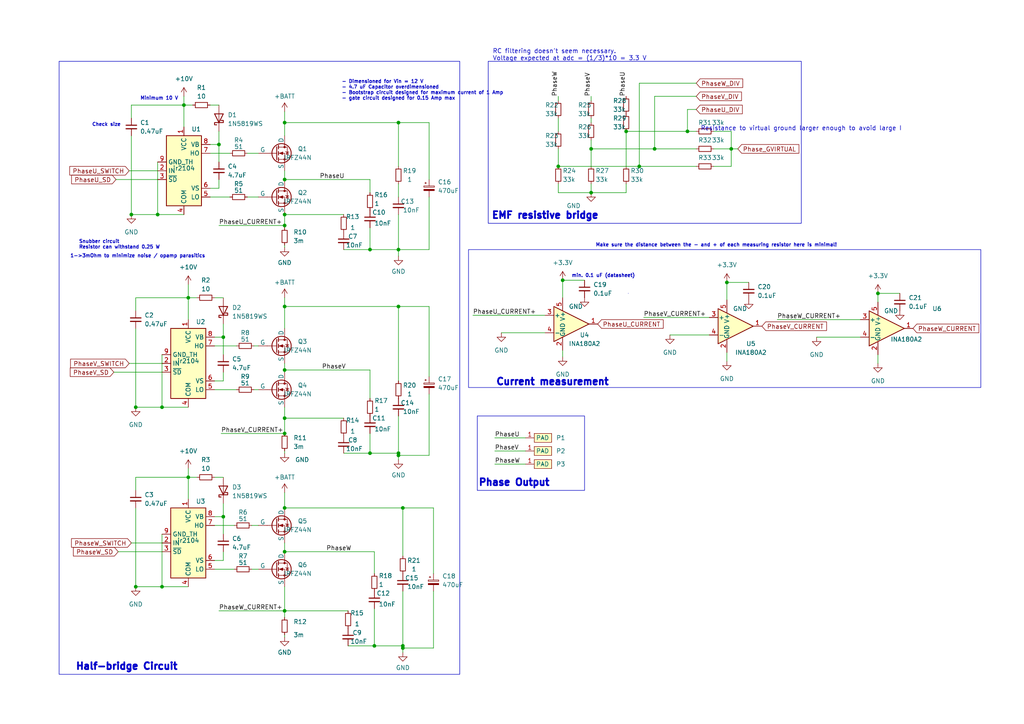
<source format=kicad_sch>
(kicad_sch (version 20230121) (generator eeschema)
  (paper "A4")
  (title_block (title "BLDC Driver Project") (rev "1.0") (company "Igor Wolfs"))
  (junction (at 161.925 48.26))
  (junction (at 199.39 38.1))
  (junction (at 82.55 121.285))
  (junction (at 64.77 149.86))
  (junction (at 107.315 72.39))
  (junction (at 171.45 43.18))
  (junction (at 53.34 30.48))
  (junction (at 45.72 62.23))
  (junction (at 39.37 118.11))
  (junction (at 185.42 48.26))
  (junction (at 64.77 97.79))
  (junction (at 115.57 131.445))
  (junction (at 163.195 81.28))
  (junction (at 115.57 132.08))
  (junction (at 38.1 62.23))
  (junction (at 54.61 138.43))
  (junction (at 116.84 187.325))
  (junction (at 82.55 107.315))
  (junction (at 82.55 88.9))
  (junction (at 107.315 131.445))
  (junction (at 116.84 147.32))
  (junction (at 189.865 43.18))
  (junction (at 171.45 55.88))
  (junction (at 82.55 62.23))
  (junction (at 82.55 52.07))
  (junction (at 82.55 160.02))
  (junction (at 82.55 177.165))
  (junction (at 116.84 187.96))
  (junction (at 210.82 81.915))
  (junction (at 46.99 170.18))
  (junction (at 115.57 35.56))
  (junction (at 181.61 38.1))
  (junction (at 115.57 72.39))
  (junction (at 46.99 118.11))
  (junction (at 108.585 187.325))
  (junction (at 254.635 85.09))
  (junction (at 82.55 125.73))
  (junction (at 82.55 35.56))
  (junction (at 82.55 147.32))
  (junction (at 82.55 65.405))
  (junction (at 63.5 41.91))
  (junction (at 54.61 86.36))
  (junction (at 212.09 43.18))
  (junction (at 115.57 88.9))
  (junction (at 39.37 170.18))
  (wire (pts (xy 185.42 24.13) (xy 201.93 24.13)))
  (wire (pts (xy 53.34 27.94) (xy 53.34 30.48)))
  (wire (pts (xy 63.5 46.99) (xy 63.5 41.91)))
  (wire (pts (xy 60.96 41.91) (xy 63.5 41.91)))
  (wire (pts (xy 107.315 131.445) (xy 115.57 131.445)))
  (wire (pts (xy 53.34 30.48) (xy 53.34 36.83)))
  (wire (pts (xy 60.96 54.61) (xy 63.5 54.61)))
  (wire (pts (xy 71.755 44.45) (xy 74.93 44.45)))
  (wire (pts (xy 82.55 107.315) (xy 107.315 107.315)))
  (wire (pts (xy 212.09 43.18) (xy 207.01 43.18)))
  (wire (pts (xy 107.315 107.315) (xy 107.315 115.57)))
  (wire (pts (xy 45.72 46.99) (xy 45.72 62.23)))
  (wire (pts (xy 46.99 170.18) (xy 54.61 170.18)))
  (wire (pts (xy 39.37 118.11) (xy 46.99 118.11)))
  (wire (pts (xy 73.66 113.03) (xy 74.93 113.03)))
  (wire (pts (xy 212.09 38.1) (xy 207.01 38.1)))
  (wire (pts (xy 39.37 170.18) (xy 46.99 170.18)))
  (wire (pts (xy 199.39 31.75) (xy 199.39 38.1)))
  (wire (pts (xy 82.55 170.18) (xy 82.55 177.165)))
  (wire (pts (xy 39.37 138.43) (xy 54.61 138.43)))
  (wire (pts (xy 108.585 166.37) (xy 108.585 160.02)))
  (wire (pts (xy 143.51 134.62) (xy 152.4 134.62)))
  (wire (pts (xy 82.55 118.11) (xy 82.55 121.285)))
  (wire (pts (xy 73.66 100.33) (xy 74.93 100.33)))
  (wire (pts (xy 115.57 131.445) (xy 115.57 132.08)))
  (wire (pts (xy 115.57 88.9) (xy 115.57 110.49)))
  (wire (pts (xy 100.965 187.325) (xy 108.585 187.325)))
  (wire (pts (xy 39.37 90.17) (xy 39.37 86.36)))
  (wire (pts (xy 212.09 48.26) (xy 207.01 48.26)))
  (wire (pts (xy 189.865 43.18) (xy 201.93 43.18)))
  (wire (pts (xy 125.73 171.45) (xy 125.73 187.96)))
  (wire (pts (xy 161.925 53.34) (xy 161.925 55.88)))
  (wire (pts (xy 82.55 157.48) (xy 82.55 160.02)))
  (wire (pts (xy 62.23 97.79) (xy 64.77 97.79)))
  (wire (pts (xy 161.925 55.88) (xy 171.45 55.88)))
  (wire (pts (xy 39.37 147.32) (xy 39.37 170.18)))
  (wire (pts (xy 54.61 82.55) (xy 54.61 86.36)))
  (wire (pts (xy 171.45 34.29) (xy 171.45 35.56)))
  (wire (pts (xy 66.675 57.15) (xy 60.96 57.15)))
  (wire (pts (xy 39.37 142.24) (xy 39.37 138.43)))
  (wire (pts (xy 62.23 113.03) (xy 68.58 113.03)))
  (wire (pts (xy 199.39 38.1) (xy 201.93 38.1)))
  (wire (pts (xy 108.585 176.53) (xy 108.585 187.325)))
  (wire (pts (xy 115.57 72.39) (xy 115.57 74.295)))
  (wire (pts (xy 210.82 81.915) (xy 210.82 86.995)))
  (wire (pts (xy 64.77 154.94) (xy 64.77 149.86)))
  (wire (pts (xy 225.425 92.71) (xy 249.555 92.71)))
  (wire (pts (xy 181.61 53.34) (xy 181.61 55.88)))
  (wire (pts (xy 54.61 135.89) (xy 54.61 138.43)))
  (wire (pts (xy 54.61 138.43) (xy 54.61 144.78)))
  (wire (pts (xy 82.55 121.285) (xy 82.55 125.73)))
  (wire (pts (xy 37.465 105.41) (xy 46.99 105.41)))
  (wire (pts (xy 143.51 127) (xy 152.4 127)))
  (wire (pts (xy 64.77 146.05) (xy 64.77 149.86)))
  (wire (pts (xy 201.93 27.94) (xy 189.865 27.94)))
  (wire (pts (xy 82.55 184.15) (xy 82.55 184.785)))
  (wire (pts (xy 107.315 52.07) (xy 107.315 55.88)))
  (wire (pts (xy 62.23 86.36) (xy 64.77 86.36)))
  (wire (pts (xy 71.755 57.15) (xy 74.93 57.15)))
  (wire (pts (xy 82.55 35.56) (xy 115.57 35.56)))
  (wire (pts (xy 73.025 152.4) (xy 74.93 152.4)))
  (wire (pts (xy 124.46 114.3) (xy 124.46 132.08)))
  (wire (pts (xy 254.635 85.09) (xy 260.985 85.09)))
  (wire (pts (xy 186.69 92.075) (xy 205.74 92.075)))
  (wire (pts (xy 108.585 187.325) (xy 116.84 187.325)))
  (wire (pts (xy 82.55 130.81) (xy 82.55 131.445)))
  (wire (pts (xy 107.315 66.04) (xy 107.315 72.39)))
  (wire (pts (xy 82.55 107.95) (xy 82.55 107.315)))
  (wire (pts (xy 124.46 57.15) (xy 124.46 72.39)))
  (wire (pts (xy 82.55 142.875) (xy 82.55 147.32)))
  (wire (pts (xy 124.46 35.56) (xy 115.57 35.56)))
  (wire (pts (xy 161.925 43.18) (xy 161.925 48.26)))
  (wire (pts (xy 82.55 147.32) (xy 116.84 147.32)))
  (wire (pts (xy 99.695 131.445) (xy 107.315 131.445)))
  (wire (pts (xy 116.84 161.29) (xy 116.84 147.32)))
  (wire (pts (xy 82.55 105.41) (xy 82.55 107.315)))
  (wire (pts (xy 124.46 52.07) (xy 124.46 35.56)))
  (wire (pts (xy 62.23 110.49) (xy 64.77 110.49)))
  (wire (pts (xy 201.93 31.75) (xy 199.39 31.75)))
  (wire (pts (xy 82.55 32.385) (xy 82.55 35.56)))
  (wire (pts (xy 124.46 132.08) (xy 115.57 132.08)))
  (wire (pts (xy 212.09 38.1) (xy 212.09 43.18)))
  (wire (pts (xy 62.23 100.33) (xy 68.58 100.33)))
  (wire (pts (xy 63.5 177.165) (xy 82.55 177.165)))
  (wire (pts (xy 82.55 86.36) (xy 82.55 88.9)))
  (wire (pts (xy 60.96 44.45) (xy 66.675 44.45)))
  (wire (pts (xy 116.84 171.45) (xy 116.84 187.325)))
  (wire (pts (xy 38.1 157.48) (xy 46.99 157.48)))
  (wire (pts (xy 62.23 152.4) (xy 67.945 152.4)))
  (wire (pts (xy 82.55 65.405) (xy 82.55 66.04)))
  (wire (pts (xy 64.77 93.98) (xy 64.77 97.79)))
  (wire (pts (xy 181.61 38.1) (xy 199.39 38.1)))
  (wire (pts (xy 210.82 102.235) (xy 210.82 104.775)))
  (wire (pts (xy 124.46 72.39) (xy 115.57 72.39)))
  (wire (pts (xy 82.55 88.9) (xy 82.55 95.25)))
  (wire (pts (xy 171.45 43.18) (xy 189.865 43.18)))
  (wire (pts (xy 116.84 187.325) (xy 116.84 187.96)))
  (wire (pts (xy 54.61 86.36) (xy 54.61 92.71)))
  (wire (pts (xy 115.57 120.65) (xy 115.57 131.445)))
  (wire (pts (xy 185.42 24.13) (xy 185.42 48.26)))
  (wire (pts (xy 115.57 57.15) (xy 115.57 53.34)))
  (wire (pts (xy 82.55 39.37) (xy 82.55 35.56)))
  (wire (pts (xy 64.77 102.87) (xy 64.77 97.79)))
  (wire (pts (xy 212.09 43.18) (xy 213.995 43.18)))
  (wire (pts (xy 124.46 88.9) (xy 124.46 109.22)))
  (wire (pts (xy 163.195 81.28) (xy 169.545 81.28)))
  (wire (pts (xy 62.23 138.43) (xy 64.77 138.43)))
  (wire (pts (xy 64.135 125.73) (xy 82.55 125.73)))
  (wire (pts (xy 82.55 71.12) (xy 82.55 71.755)))
  (wire (pts (xy 64.77 160.02) (xy 64.77 162.56)))
  (wire (pts (xy 62.23 149.86) (xy 64.77 149.86)))
  (wire (pts (xy 171.45 55.88) (xy 181.61 55.88)))
  (wire (pts (xy 33.02 107.95) (xy 46.99 107.95)))
  (wire (pts (xy 161.925 48.26) (xy 185.42 48.26)))
  (wire (pts (xy 82.55 62.23) (xy 82.55 65.405)))
  (wire (pts (xy 33.655 52.07) (xy 45.72 52.07)))
  (wire (pts (xy 62.23 162.56) (xy 64.77 162.56)))
  (wire (pts (xy 34.29 160.02) (xy 46.99 160.02)))
  (wire (pts (xy 46.99 154.94) (xy 46.99 170.18)))
  (wire (pts (xy 189.865 27.94) (xy 189.865 43.18)))
  (wire (pts (xy 37.465 49.53) (xy 45.72 49.53)))
  (wire (pts (xy 63.5 52.07) (xy 63.5 54.61)))
  (wire (pts (xy 54.61 138.43) (xy 57.15 138.43)))
  (wire (pts (xy 161.925 27.94) (xy 161.925 29.21)))
  (wire (pts (xy 115.57 132.08) (xy 115.57 133.35)))
  (wire (pts (xy 62.23 165.1) (xy 67.945 165.1)))
  (wire (pts (xy 143.51 130.81) (xy 152.4 130.81)))
  (wire (pts (xy 194.31 97.155) (xy 205.74 97.155)))
  (wire (pts (xy 163.195 81.28) (xy 163.195 86.36)))
  (wire (pts (xy 82.55 177.165) (xy 100.965 177.165)))
  (wire (pts (xy 82.55 52.07) (xy 107.315 52.07)))
  (wire (pts (xy 38.1 39.37) (xy 38.1 62.23)))
  (wire (pts (xy 137.16 91.44) (xy 158.115 91.44)))
  (wire (pts (xy 38.1 62.23) (xy 45.72 62.23)))
  (wire (pts (xy 125.73 147.32) (xy 116.84 147.32)))
  (wire (pts (xy 38.1 34.29) (xy 38.1 30.48)))
  (wire (pts (xy 38.1 30.48) (xy 53.34 30.48)))
  (wire (pts (xy 115.57 62.23) (xy 115.57 72.39)))
  (wire (pts (xy 171.45 27.94) (xy 171.45 29.21)))
  (wire (pts (xy 107.315 125.73) (xy 107.315 131.445)))
  (wire (pts (xy 107.315 72.39) (xy 115.57 72.39)))
  (wire (pts (xy 55.88 30.48) (xy 53.34 30.48)))
  (wire (pts (xy 171.45 53.34) (xy 171.45 55.88)))
  (wire (pts (xy 236.855 97.79) (xy 249.555 97.79)))
  (wire (pts (xy 82.55 160.02) (xy 108.585 160.02)))
  (wire (pts (xy 145.415 96.52) (xy 158.115 96.52)))
  (wire (pts (xy 185.42 48.26) (xy 201.93 48.26)))
  (wire (pts (xy 181.61 38.1) (xy 181.61 48.26)))
  (wire (pts (xy 171.45 40.64) (xy 171.45 43.18)))
  (wire (pts (xy 163.195 103.505) (xy 163.195 101.6)))
  (wire (pts (xy 39.37 95.25) (xy 39.37 118.11)))
  (wire (pts (xy 39.37 86.36) (xy 54.61 86.36)))
  (wire (pts (xy 124.46 88.9) (xy 115.57 88.9)))
  (wire (pts (xy 161.925 34.29) (xy 161.925 38.1)))
  (wire (pts (xy 99.695 72.39) (xy 107.315 72.39)))
  (wire (pts (xy 82.55 49.53) (xy 82.55 52.07)))
  (wire (pts (xy 171.45 43.18) (xy 171.45 48.26)))
  (wire (pts (xy 210.82 81.915) (xy 217.17 81.915)))
  (wire (pts (xy 115.57 48.26) (xy 115.57 35.56)))
  (wire (pts (xy 46.99 118.11) (xy 54.61 118.11)))
  (wire (pts (xy 46.99 102.87) (xy 46.99 118.11)))
  (wire (pts (xy 73.025 165.1) (xy 74.93 165.1)))
  (wire (pts (xy 125.73 166.37) (xy 125.73 147.32)))
  (wire (pts (xy 82.55 121.285) (xy 99.695 121.285)))
  (wire (pts (xy 116.84 187.96) (xy 116.84 189.23)))
  (wire (pts (xy 82.55 177.165) (xy 82.55 179.07)))
  (wire (pts (xy 45.72 62.23) (xy 53.34 62.23)))
  (wire (pts (xy 254.635 102.87) (xy 254.635 105.41)))
  (wire (pts (xy 82.55 88.9) (xy 115.57 88.9)))
  (wire (pts (xy 63.5 65.405) (xy 82.55 65.405)))
  (wire (pts (xy 82.55 62.23) (xy 99.695 62.23)))
  (wire (pts (xy 57.15 86.36) (xy 54.61 86.36)))
  (wire (pts (xy 64.77 107.95) (xy 64.77 110.49)))
  (wire (pts (xy 125.73 187.96) (xy 116.84 187.96)))
  (wire (pts (xy 212.09 43.18) (xy 212.09 48.26)))
  (wire (pts (xy 254.635 85.09) (xy 254.635 87.63)))
  (wire (pts (xy 63.5 38.1) (xy 63.5 41.91)))
  (wire (pts (xy 60.96 30.48) (xy 63.5 30.48)))
  (rectangle (start 138.43 120.65) (end 169.545 142.24))
  (rectangle (start 17.145 17.78) (end 133.35 195.58))
  (rectangle (start 141.605 17.78) (end 232.41 64.77))
  (rectangle (start 135.89 72.39) (end 284.48 112.395))
  (text_box "" (at 182.245 85.09 0) (size 0 0) (effects (font (size 1 1) bold) (justify left top)))
  (text_box "Half-bridge Circuit" (at 20.32 190.5 0) (size 35.56 5.08) (stroke (width -0.0001)) (effects (font (size 2 2) (thickness 2) bold) (justify left top)))
  (text_box "Phase Output" (at 137.16 137.16 0) (size 29.21 5.08) (stroke (width -0.0001)) (effects (font (size 2 2) (thickness 2) bold) (justify left top)))
  (text_box "EMF resistive bridge" (at 140.97 59.69 0) (size 40.64 5.08) (stroke (width -0.0001)) (effects (font (size 2 2) (thickness 2) bold) (justify left top)))
  (text_box "Current measurement\n" (at 142.24 107.95 0) (size 54.61 5.08) (stroke (width -0.0001)) (effects (font (size 2 2) (thickness 2) bold) (justify left top)))
  (text "Make sure the distance between the - and + of each measuring resistor here is minimal!" (at 172.72 71.755 0) (effects (font (size 1 1) bold) (justify left bottom)))
  (text "RC filtering doesn't seem necessary.\nVoltage expected at adc = (1/3)*10 = 3.3 V\n" (at 142.875 17.78 0) (effects (font (size 1.27 1.27)) (justify left bottom)))
  (text "Check size" (at 26.67 36.83 0) (effects (font (size 1 1) bold) (justify left bottom)))
  (text "min. 0.1 uF (datasheet)\n" (at 165.735 80.645 0) (effects (font (size 1 1) bold) (justify left bottom)))
  (text "Minimum 10 V" (at 40.64 29.21 0) (effects (font (size 1 1) bold) (justify left bottom)))
  (text "Snubber circuit\nResistor can withstand 0.25 W\n" (at 22.86 72.39 0) (effects (font (size 1 1) bold) (justify left bottom)))
  (text "1->3mOhm to minimize noise / opamp parasitics" (at 20.32 74.93 0) (effects (font (size 1 1) bold) (justify left bottom)))
  (text "Resistance to virtual ground larger enough to avoid large I" (at 203.2 38.1 0) (effects (font (size 1.27 1.27)) (justify left bottom)))
  (text "- Dimensioned for Vin = 12 V\n- 4.7 uF Capacitor overdimensioned\n- Bootstrap circuit designed for maximum current of 1 Amp\n- gate circuit designed for 0.15 Amp max\n" (at 99.06 29.21 0) (effects (font (size 1 1) bold) (justify left bottom)))
  (label "PhaseU" (at 92.71 52.07 0))
  (label "PhaseV" (at 171.45 27.94 90))
  (label "PhaseW" (at 94.615 160.02 0))
  (label "PhaseW" (at 143.51 134.62 0))
  (label "PhaseU" (at 181.61 27.94 90))
  (label "PhaseV" (at 93.345 107.315 0))
  (label "PhaseV_CURRENT+" (at 186.69 92.075 0))
  (label "PhaseU" (at 143.51 127 0))
  (label "PhaseW_CURRENT+" (at 225.425 92.71 0))
  (label "PhaseU_CURRENT+" (at 137.16 91.44 0))
  (label "PhaseW_CURRENT+" (at 63.5 177.165 0))
  (label "PhaseW" (at 161.925 27.94 90))
  (label "PhaseV" (at 143.51 130.81 0))
  (label "PhaseU_CURRENT+" (at 63.5 65.405 0))
  (label "PhaseV_CURRENT+" (at 64.135 125.73 0))
  (global_label "PhaseW_DIV" (shape input) (at 201.93 24.13 0) (property "Intersheetrefs" "${INTERSHEET_REFS}" (effects hide)))
  (global_label "Phase_GVIRTUAL" (shape input) (at 213.995 43.18 0) (property "Intersheetrefs" "${INTERSHEET_REFS}" (effects hide)))
  (global_label "PhaseV_CURRENT" (shape input) (at 220.98 94.615 0) (property "Intersheetrefs" "${INTERSHEET_REFS}" (effects hide)))
  (global_label "PhaseU_SWITCH" (shape input) (at 37.465 49.53 180) (property "Intersheetrefs" "${INTERSHEET_REFS}" (effects hide)))
  (global_label "PhaseV_DIV" (shape input) (at 201.93 27.94 0) (property "Intersheetrefs" "${INTERSHEET_REFS}" (effects hide)))
  (global_label "PhaseW_SWITCH" (shape input) (at 38.1 157.48 180) (property "Intersheetrefs" "${INTERSHEET_REFS}" (effects hide)))
  (global_label "PhaseW_CURRENT" (shape input) (at 264.795 95.25 0) (property "Intersheetrefs" "${INTERSHEET_REFS}" (effects hide)))
  (global_label "PhaseV_SWITCH" (shape input) (at 37.465 105.41 180) (property "Intersheetrefs" "${INTERSHEET_REFS}" (effects hide)))
  (global_label "PhaseU_DIV" (shape input) (at 201.93 31.75 0) (property "Intersheetrefs" "${INTERSHEET_REFS}" (effects hide)))
  (global_label "PhaseV_SD" (shape input) (at 33.02 107.95 180) (property "Intersheetrefs" "${INTERSHEET_REFS}" (effects hide)))
  (global_label "PhaseU_SD" (shape input) (at 33.655 52.07 180) (property "Intersheetrefs" "${INTERSHEET_REFS}" (effects hide)))
  (global_label "PhaseW_SD" (shape input) (at 34.29 160.02 180) (property "Intersheetrefs" "${INTERSHEET_REFS}" (effects hide)))
  (global_label "PhaseU_CURRENT" (shape input) (at 173.355 93.98 0) (property "Intersheetrefs" "${INTERSHEET_REFS}" (effects hide)))
  (symbol (lib_id "Device:R_Small") (at 181.61 30.48 180) (unit 1)
    (property "Reference" "R28" (at 177.8 29.21 0) (effects (justify right)))
    (property "Value" "33k" (at 177.8 31.75 0) (effects (justify right)))
    (property "Footprint" "Resistor_SMD:R_0603_1608Metric" (effects hide))
    (property "Datasheet" "https://wmsc.lcsc.com/wmsc/upload/file/pdf/v2/lcsc/2206010230_UNI-ROYAL-Uniroyal-Elec-0603WAF3302T5E_C4216.pdf" (effects hide))
    (property "jlcpcb" "C4216" (effects hide))
  )
  (symbol (lib_id "Device:R_Small") (at 70.485 165.1 90) (unit 1)
    (property "Reference" "R7" (at 70.485 161.29 90))
    (property "Value" "51" (at 70.485 163.195 90))
    (property "Footprint" "Resistor_SMD:R_1206_3216Metric" (effects hide))
    (property "Datasheet" "https://wmsc.lcsc.com/wmsc/upload/file/pdf/v2/lcsc/2206010145_UNI-ROYAL-Uniroyal-Elec-1206W4F510JT5E_C18019.pdf" (effects hide))
    (property "MFR.Part" "1206W4F510JT5E" (effects hide))
    (property "jlcpcb" "C18019" (effects hide))
  )
  (symbol (lib_id "Device:R_Small") (at 161.925 50.8 180) (unit 1)
    (property "Reference" "R24" (at 163.195 49.53 0) (effects (justify right)))
    (property "Value" "33k" (at 163.195 52.07 0) (effects (justify right)))
    (property "Footprint" "Resistor_SMD:R_0603_1608Metric" (effects hide))
    (property "Datasheet" "https://wmsc.lcsc.com/wmsc/upload/file/pdf/v2/lcsc/2206010230_UNI-ROYAL-Uniroyal-Elec-0603WAF3302T5E_C4216.pdf" (effects hide))
    (property "jlcpcb" "C4216" (effects hide))
  )
  (symbol (lib_id "power:GND") (at 217.17 86.995 0) (unit 1)
    (property "Reference" "#PWR024" (effects hide))
    (property "Value" "GND" (at 214.63 89.535 0))
  )
  (symbol (lib_id "Device:R_Small") (at 171.45 50.8 180) (unit 1)
    (property "Reference" "R27" (at 172.72 49.53 0) (effects (justify right)))
    (property "Value" "33k" (at 172.72 52.07 0) (effects (justify right)))
    (property "Footprint" "Resistor_SMD:R_0603_1608Metric" (effects hide))
    (property "Datasheet" "https://wmsc.lcsc.com/wmsc/upload/file/pdf/v2/lcsc/2206010230_UNI-ROYAL-Uniroyal-Elec-0603WAF3302T5E_C4216.pdf" (effects hide))
    (property "jlcpcb" "C4216" (effects hide))
  )
  (symbol (lib_id "Device:C_Small") (at 39.37 144.78 0) (unit 1)
    (property "Reference" "C3" (at 41.91 143.5163 0) (effects (justify left)))
    (property "Value" "0.47uF" (at 41.91 146.0563 0) (effects (justify left)))
    (property "Footprint" "Capacitor_SMD:C_0805_2012Metric" (effects hide))
    (property "Datasheet" "https://wmsc.lcsc.com/wmsc/upload/file/pdf/v2/lcsc/2304140030_Samsung-Electro-Mechanics-CL21A475KAQNNNE_C1779.pdf" (effects hide))
    (property "MFR.Part" "CL21A475KAQNNNE" (effects hide))
    (property "jlcpcb" "C1779" (effects hide))
  )
  (symbol (lib_id "bldc:pad") (at 157.48 134.62 0) (unit 1)
    (property "Reference" "P3" (at 161.29 134.62 0) (effects (justify left)))
    (property "Value" "~" (at 157.48 134.62 0))
    (property "Footprint" "bldc:SolderWirePad_1x01_SMD_5x10mm" (effects hide))
  )
  (symbol (lib_name "ir2104_th_2") (lib_id "bldc:ir2104_th") (at 54.61 105.41 0) (unit 1)
    (property "Reference" "U2" (at 56.8041 93.345 0) (effects (justify left)))
    (property "Value" "ir2104" (at 54.61 105.41 0) (effects (justify bottom)))
    (property "Footprint" "Package_SO:SOIC-8-1EP_3.9x4.9mm_P1.27mm_EP2.29x3mm" (effects hide))
    (property "Datasheet" "file:///home/igorwolfs/Downloads/1.translated.pdf" (effects hide))
    (property "jlcpcb" "C5804631" (effects hide))
    (property "MFR.Part" "IR2104STRPBF-JSM" (effects hide))
  )
  (symbol (lib_id "Device:R_Small") (at 99.695 123.825 0) (unit 1)
    (property "Reference" "R14" (at 100.33 121.92 0) (effects (justify left)))
    (property "Value" "1" (at 101.6 125.095 0) (effects (justify left)))
    (property "Footprint" "Resistor_SMD:R_0603_1608Metric" (effects hide))
    (property "Datasheet" "https://wmsc.lcsc.com/wmsc/upload/file/pdf/v2/lcsc/2206010130_UNI-ROYAL-Uniroyal-Elec-0603WAF100KT5E_C22936.pdf" (effects hide))
    (property "jlcpcb" "C22936" (effects hide))
  )
  (symbol (lib_id "Device:R_Small") (at 58.42 30.48 90) (unit 1)
    (property "Reference" "R1" (at 58.42 25.4 90))
    (property "Value" "10" (at 58.42 27.94 90))
    (property "Footprint" "Resistor_SMD:R_1206_3216Metric" (effects hide))
    (property "Datasheet" "https://wmsc.lcsc.com/wmsc/upload/file/pdf/v2/lcsc/2206010145_UNI-ROYAL-Uniroyal-Elec-1206W4F100JT5E_C17903.pdf" (effects hide))
    (property "MFR.Part" "1206W4F100JT5E" (effects hide))
    (property "jlcpcb" "C17903" (effects hide))
  )
  (symbol (lib_id "Amplifier_Current:INA180A2") (at 257.175 95.25 0) (unit 1)
    (property "Reference" "U6" (at 271.78 89.535 0))
    (property "Value" "INA180A2" (at 262.89 98.425 0))
    (property "Footprint" "Package_TO_SOT_SMD:SOT-23-5" (effects hide))
    (property "Datasheet" "https://wmsc.lcsc.com/wmsc/upload/file/pdf/v2/lcsc/1811021124_Texas-Instruments-INA180A2IDBVR_C192764.pdf" (effects hide))
    (property "jlcpcb" "C192764" (effects hide))
  )
  (symbol (lib_id "power:GND") (at 116.84 189.23 0) (unit 1)
    (property "Reference" "#PWR015" (effects hide))
    (property "Value" "GND" (at 116.84 193.675 0))
  )
  (symbol (lib_id "Device:R_Small") (at 116.84 163.83 0) (unit 1)
    (property "Reference" "R21" (at 118.11 162.56 0) (effects (justify left)))
    (property "Value" "1" (at 119.38 165.1 0) (effects (justify left)))
    (property "Footprint" "Resistor_SMD:R_0603_1608Metric" (effects hide))
    (property "Datasheet" "https://wmsc.lcsc.com/wmsc/upload/file/pdf/v2/lcsc/2206010130_UNI-ROYAL-Uniroyal-Elec-0603WAF100KT5E_C22936.pdf" (effects hide))
    (property "jlcpcb" "C22936" (effects hide))
  )
  (symbol (lib_id "Device:R_Small") (at 59.69 86.36 90) (unit 1)
    (property "Reference" "R2" (at 59.69 81.28 90))
    (property "Value" "10" (at 59.69 83.82 90))
    (property "Footprint" "Resistor_SMD:R_1206_3216Metric" (effects hide))
    (property "Datasheet" "https://wmsc.lcsc.com/wmsc/upload/file/pdf/v2/lcsc/2206010145_UNI-ROYAL-Uniroyal-Elec-1206W4F100JT5E_C17903.pdf" (effects hide))
    (property "MFR.Part" "1206W4F100JT5E" (effects hide))
    (property "jlcpcb" "C17903" (effects hide))
  )
  (symbol (lib_id "Device:C_Small") (at 115.57 59.69 0) (unit 1)
    (property "Reference" "C13" (at 116.205 58.42 0) (effects (justify left)))
    (property "Value" "10nF" (at 116.84 60.96 0) (effects (justify left)))
    (property "Footprint" "Capacitor_SMD:C_0402_1005Metric" (effects hide))
    (property "Datasheet" "https://wmsc.lcsc.com/wmsc/upload/file/pdf/v2/lcsc/2304140030_Samsung-Electro-Mechanics-CL05B103KB5NNNC_C15195.pdf" (effects hide))
    (property "jlcpcb" "C15195" (effects hide))
  )
  (symbol (lib_id "Device:R_Small") (at 161.925 40.64 180) (unit 1)
    (property "Reference" "R23" (at 158.115 39.37 0) (effects (justify right)))
    (property "Value" "33k" (at 158.115 41.91 0) (effects (justify right)))
    (property "Footprint" "Resistor_SMD:R_0603_1608Metric" (effects hide))
    (property "Datasheet" "https://wmsc.lcsc.com/wmsc/upload/file/pdf/v2/lcsc/2206010230_UNI-ROYAL-Uniroyal-Elec-0603WAF3302T5E_C4216.pdf" (effects hide))
    (property "jlcpcb" "C4216" (effects hide))
  )
  (symbol (lib_id "power:GND") (at 254.635 105.41 0) (unit 1)
    (property "Reference" "#PWR027" (effects hide))
    (property "Value" "GND" (at 254.635 110.49 0))
  )
  (symbol (lib_id "Device:C_Small") (at 64.77 105.41 0) (unit 1)
    (property "Reference" "C5" (at 67.31 104.1463 0) (effects (justify left)))
    (property "Value" "4.7uF" (at 67.31 106.6863 0) (effects (justify left)))
    (property "Footprint" "Capacitor_SMD:C_0603_1608Metric" (effects hide))
    (property "Datasheet" "https://wmsc.lcsc.com/wmsc/upload/file/pdf/v2/lcsc/2304140030_Samsung-Electro-Mechanics-CL10A475KO8NNNC_C19666.pdf" (effects hide))
    (property "jlcpcb" "C19666" (effects hide))
  )
  (symbol (lib_id "power:+10V") (at 54.61 82.55 0) (unit 1)
    (property "Reference" "#PWR05" (effects hide))
    (property "Value" "+10V" (at 54.61 77.47 0))
  )
  (symbol (lib_id "Device:C_Small") (at 116.84 168.91 0) (unit 1)
    (property "Reference" "C15" (at 117.475 167.64 0) (effects (justify left)))
    (property "Value" "10nF" (at 118.11 170.18 0) (effects (justify left)))
    (property "Footprint" "Capacitor_SMD:C_0402_1005Metric" (effects hide))
    (property "Datasheet" "https://wmsc.lcsc.com/wmsc/upload/file/pdf/v2/lcsc/2304140030_Samsung-Electro-Mechanics-CL05B103KB5NNNC_C15195.pdf" (effects hide))
    (property "jlcpcb" "C15195" (effects hide))
  )
  (symbol (lib_id "Device:R_Small") (at 82.55 68.58 0) (unit 1)
    (property "Reference" "R10" (at 85.09 67.31 0) (effects (justify left)))
    (property "Value" "3m" (at 85.09 69.85 0) (effects (justify left)))
    (property "Footprint" "Resistor_SMD:R_2512_6332Metric" (effects hide))
    (property "Datasheet" "https://wmsc.lcsc.com/wmsc/upload/file/pdf/v2/lcsc/2110081730_Milliohm-LR2512D-2W-3mR-1-_C500615.pdf" (effects hide))
    (property "jlcpcb" "C500615" (effects hide))
    (property "MFR.Part" "LR2512D-2W-3mR-1%" (effects hide))
  )
  (symbol (lib_id "Device:R_Small") (at 107.315 58.42 0) (unit 1)
    (property "Reference" "R16" (at 108.585 56.515 0) (effects (justify left)))
    (property "Value" "1" (at 108.585 59.055 0) (effects (justify left)))
    (property "Footprint" "Resistor_SMD:R_0603_1608Metric" (effects hide))
    (property "Datasheet" "https://wmsc.lcsc.com/wmsc/upload/file/pdf/v2/lcsc/2206010130_UNI-ROYAL-Uniroyal-Elec-0603WAF100KT5E_C22936.pdf" (effects hide))
    (property "jlcpcb" "C22936" (effects hide))
  )
  (symbol (lib_id "Device:C_Small") (at 260.985 87.63 0) (unit 1)
    (property "Reference" "C21" (at 263.525 86.3663 0) (effects (justify left)))
    (property "Value" "0.1uF" (at 263.525 88.9063 0) (effects (justify left)))
    (property "Footprint" "Resistor_SMD:R_0402_1005Metric" (effects hide))
    (property "Datasheet" "https://wmsc.lcsc.com/wmsc/upload/file/pdf/v2/lcsc/2304140030_Samsung-Electro-Mechanics-CL05B104KB54PNC_C307331.pdf" (effects hide))
    (property "jlcpcb" "C307331" (effects hide))
  )
  (symbol (lib_id "Device:R_Small") (at 71.12 113.03 90) (unit 1)
    (property "Reference" "R9" (at 71.12 109.22 90))
    (property "Value" "51" (at 71.12 111.125 90))
    (property "Footprint" "Resistor_SMD:R_1206_3216Metric" (effects hide))
    (property "Datasheet" "https://wmsc.lcsc.com/wmsc/upload/file/pdf/v2/lcsc/2206010145_UNI-ROYAL-Uniroyal-Elec-1206W4F510JT5E_C18019.pdf" (effects hide))
    (property "MFR.Part" "1206W4F510JT5E" (effects hide))
    (property "jlcpcb" "C18019" (effects hide))
  )
  (symbol (lib_id "Device:R_Small") (at 107.315 118.11 0) (unit 1)
    (property "Reference" "R17" (at 108.585 116.205 0) (effects (justify left)))
    (property "Value" "1" (at 108.585 118.745 0) (effects (justify left)))
    (property "Footprint" "Resistor_SMD:R_0603_1608Metric" (effects hide))
    (property "Datasheet" "https://wmsc.lcsc.com/wmsc/upload/file/pdf/v2/lcsc/2206010130_UNI-ROYAL-Uniroyal-Elec-0603WAF100KT5E_C22936.pdf" (effects hide))
    (property "jlcpcb" "C22936" (effects hide))
  )
  (symbol (lib_id "Simulation_SPICE:NMOS") (at 80.01 152.4 0) (unit 1)
    (property "Reference" "Q5" (at 86.36 151.13 0) (effects (justify left)))
    (property "Value" "IRFZ44N" (at 86.36 153.67 0))
    (property "Footprint" "Package_TO_SOT_THT:TO-220-3_Vertical" (effects hide))
    (property "Datasheet" "https://www.infineon.com/dgdl/Infineon-IRFZ44N-DataSheet-v01_01-EN.pdf?fileId=5546d462533600a40153563b3a9f220d" (effects hide))
    (property "jlcpcb" "C7429904" (effects hide))
    (property "MFR.Part" "IRFZ44N" (effects hide))
  )
  (symbol (lib_id "Diode:1N5819") (at 64.77 142.24 90) (unit 1)
    (property "Reference" "D3" (at 67.31 141.2875 90) (effects (justify right)))
    (property "Value" "1N5819WS" (at 67.31 143.8275 90) (effects (justify right)))
    (property "Footprint" "Diode_SMD:D_SOD-323" (effects hide))
    (property "Datasheet" "https://wmsc.lcsc.com/wmsc/upload/file/pdf/v2/lcsc/2204281430_Guangdong-Hottech-1N5819WS_C191023.pdf" (effects hide))
    (property "jlcpcb" "C191023" (effects hide))
    (property "MFR.Part" "1N5819WS" (effects hide))
  )
  (symbol (lib_id "Device:R_Small") (at 69.215 44.45 90) (unit 1)
    (property "Reference" "R4" (at 69.215 40.64 90))
    (property "Value" "51" (at 69.215 42.545 90))
    (property "Footprint" "Resistor_SMD:R_1206_3216Metric" (effects hide))
    (property "Datasheet" "https://wmsc.lcsc.com/wmsc/upload/file/pdf/v2/lcsc/2206010145_UNI-ROYAL-Uniroyal-Elec-1206W4F510JT5E_C18019.pdf" (effects hide))
    (property "MFR.Part" "1206W4F510JT5E" (effects hide))
    (property "jlcpcb" "C18019" (effects hide))
  )
  (symbol (lib_id "Device:C_Small") (at 63.5 49.53 0) (unit 1)
    (property "Reference" "C4" (at 66.04 48.2663 0) (effects (justify left)))
    (property "Value" "4.7uF" (at 66.04 50.8063 0) (effects (justify left)))
    (property "Footprint" "Capacitor_SMD:C_0603_1608Metric" (effects hide))
    (property "Datasheet" "https://wmsc.lcsc.com/wmsc/upload/file/pdf/v2/lcsc/2304140030_Samsung-Electro-Mechanics-CL10A475KO8NNNC_C19666.pdf" (effects hide))
    (property "jlcpcb" "C19666" (effects hide))
  )
  (symbol (lib_id "power:+10V") (at 53.34 27.94 0) (unit 1)
    (property "Reference" "#PWR04" (effects hide))
    (property "Value" "+10V" (at 53.34 22.86 0))
  )
  (symbol (lib_id "Device:R_Small") (at 70.485 152.4 90) (unit 1)
    (property "Reference" "R6" (at 70.485 148.59 90))
    (property "Value" "51" (at 70.485 150.495 90))
    (property "Footprint" "Resistor_SMD:R_1206_3216Metric" (effects hide))
    (property "Datasheet" "https://wmsc.lcsc.com/wmsc/upload/file/pdf/v2/lcsc/2206010145_UNI-ROYAL-Uniroyal-Elec-1206W4F510JT5E_C18019.pdf" (effects hide))
    (property "MFR.Part" "1206W4F510JT5E" (effects hide))
    (property "jlcpcb" "C18019" (effects hide))
  )
  (symbol (lib_id "power:GND") (at 39.37 170.18 0) (unit 1)
    (property "Reference" "#PWR03" (effects hide))
    (property "Value" "GND" (at 39.37 175.26 0))
  )
  (symbol (lib_id "Device:R_Small") (at 204.47 48.26 90) (unit 1)
    (property "Reference" "R33" (at 204.47 45.72 90))
    (property "Value" "33k" (at 208.28 45.72 90))
    (property "Footprint" "Resistor_SMD:R_0603_1608Metric" (effects hide))
    (property "Datasheet" "https://wmsc.lcsc.com/wmsc/upload/file/pdf/v2/lcsc/2206010230_UNI-ROYAL-Uniroyal-Elec-0603WAF3302T5E_C4216.pdf" (effects hide))
    (property "jlcpcb" "C4216" (effects hide))
  )
  (symbol (lib_id "power:GND") (at 210.82 104.775 0) (unit 1)
    (property "Reference" "#PWR023" (effects hide))
    (property "Value" "GND" (at 210.82 109.855 0))
  )
  (symbol (lib_id "power:+10V") (at 54.61 135.89 0) (unit 1)
    (property "Reference" "#PWR06" (effects hide))
    (property "Value" "+10V" (at 54.61 130.81 0))
  )
  (symbol (lib_id "power:GND") (at 39.37 118.11 0) (unit 1)
    (property "Reference" "#PWR02" (effects hide))
    (property "Value" "GND" (at 39.37 123.19 0))
  )
  (symbol (lib_id "Simulation_SPICE:NMOS") (at 80.01 100.33 0) (unit 1)
    (property "Reference" "Q3" (at 86.36 99.06 0) (effects (justify left)))
    (property "Value" "IRFZ44N" (at 86.36 101.6 0))
    (property "Footprint" "Package_TO_SOT_THT:TO-220-3_Vertical" (effects hide))
    (property "Datasheet" "https://www.infineon.com/dgdl/Infineon-IRFZ44N-DataSheet-v01_01-EN.pdf?fileId=5546d462533600a40153563b3a9f220d" (effects hide))
    (property "jlcpcb" "C7429904" (effects hide))
    (property "MFR.Part" "IRFZ44N" (effects hide))
  )
  (symbol (lib_id "bldc:ir2104_th") (at 54.61 157.48 0) (unit 1)
    (property "Reference" "U3" (at 56.8041 145.415 0) (effects (justify left)))
    (property "Value" "ir2104" (at 54.61 157.48 0) (effects (justify bottom)))
    (property "Footprint" "Package_SO:SOIC-8-1EP_3.9x4.9mm_P1.27mm_EP2.29x3mm" (effects hide))
    (property "Datasheet" "file:///home/igorwolfs/Downloads/1.translated.pdf" (effects hide))
    (property "jlcpcb" "C5804631" (effects hide))
    (property "MFR.Part" "IR2104STRPBF-JSM" (effects hide))
  )
  (symbol (lib_id "Device:R_Small") (at 108.585 168.91 0) (unit 1)
    (property "Reference" "R18" (at 109.855 167.005 0) (effects (justify left)))
    (property "Value" "1" (at 109.855 169.545 0) (effects (justify left)))
    (property "Footprint" "Resistor_SMD:R_0603_1608Metric" (effects hide))
    (property "Datasheet" "https://wmsc.lcsc.com/wmsc/upload/file/pdf/v2/lcsc/2206010130_UNI-ROYAL-Uniroyal-Elec-0603WAF100KT5E_C22936.pdf" (effects hide))
    (property "jlcpcb" "C22936" (effects hide))
  )
  (symbol (lib_id "Device:C_Small") (at 39.37 92.71 0) (unit 1)
    (property "Reference" "C2" (at 41.91 91.4463 0) (effects (justify left)))
    (property "Value" "0.47uF" (at 41.91 93.9863 0) (effects (justify left)))
    (property "Footprint" "Capacitor_SMD:C_0805_2012Metric" (effects hide))
    (property "Datasheet" "https://wmsc.lcsc.com/wmsc/upload/file/pdf/v2/lcsc/2304140030_Samsung-Electro-Mechanics-CL21A475KAQNNNE_C1779.pdf" (effects hide))
    (property "MFR.Part" "CL21A475KAQNNNE" (effects hide))
    (property "jlcpcb" "C1779" (effects hide))
  )
  (symbol (lib_id "power:GND") (at 236.855 97.79 0) (unit 1)
    (property "Reference" "#PWR025" (effects hide))
    (property "Value" "GND" (at 236.855 102.87 0))
  )
  (symbol (lib_id "power:GND") (at 115.57 74.295 0) (unit 1)
    (property "Reference" "#PWR013" (effects hide))
    (property "Value" "GND" (at 115.57 78.74 0))
  )
  (symbol (lib_id "power:GND") (at 171.45 55.88 0) (unit 1)
    (property "Reference" "#PWR020" (effects hide))
    (property "Value" "GND" (at 166.37 59.69 0))
  )
  (symbol (lib_id "Simulation_SPICE:NMOS") (at 80.01 165.1 0) (unit 1)
    (property "Reference" "Q6" (at 86.36 163.83 0) (effects (justify left)))
    (property "Value" "IRFZ44N" (at 86.36 166.37 0))
    (property "Footprint" "Package_TO_SOT_THT:TO-220-3_Vertical" (effects hide))
    (property "Datasheet" "https://www.infineon.com/dgdl/Infineon-IRFZ44N-DataSheet-v01_01-EN.pdf?fileId=5546d462533600a40153563b3a9f220d" (effects hide))
    (property "jlcpcb" "C7429904" (effects hide))
    (property "MFR.Part" "IRFZ44N" (effects hide))
  )
  (symbol (lib_id "Device:R_Small") (at 171.45 38.1 180) (unit 1)
    (property "Reference" "R26" (at 167.64 36.83 0) (effects (justify right)))
    (property "Value" "33k" (at 167.64 39.37 0) (effects (justify right)))
    (property "Footprint" "Resistor_SMD:R_0603_1608Metric" (effects hide))
    (property "Datasheet" "https://wmsc.lcsc.com/wmsc/upload/file/pdf/v2/lcsc/2206010230_UNI-ROYAL-Uniroyal-Elec-0603WAF3302T5E_C4216.pdf" (effects hide))
    (property "jlcpcb" "C4216" (effects hide))
  )
  (symbol (lib_id "power:GND") (at 194.31 97.155 0) (unit 1)
    (property "Reference" "#PWR021" (effects hide))
    (property "Value" "GND" (at 194.31 102.235 0))
  )
  (symbol (lib_id "power:GND") (at 260.985 90.17 0) (unit 1)
    (property "Reference" "#PWR028" (effects hide))
    (property "Value" "GND" (at 258.445 90.17 0))
  )
  (symbol (lib_id "Diode:1N5819") (at 64.77 90.17 90) (unit 1)
    (property "Reference" "D2" (at 67.31 89.2175 90) (effects (justify right)))
    (property "Value" "1N5819WS" (at 67.31 91.7575 90) (effects (justify right)))
    (property "Footprint" "Diode_SMD:D_SOD-323" (effects hide))
    (property "Datasheet" "https://wmsc.lcsc.com/wmsc/upload/file/pdf/v2/lcsc/2204281430_Guangdong-Hottech-1N5819WS_C191023.pdf" (effects hide))
    (property "jlcpcb" "C191023" (effects hide))
    (property "MFR.Part" "1N5819WS" (effects hide))
  )
  (symbol (lib_id "Device:R_Small") (at 161.925 31.75 180) (unit 1)
    (property "Reference" "R22" (at 158.115 30.48 0) (effects (justify right)))
    (property "Value" "33k" (at 158.115 33.02 0) (effects (justify right)))
    (property "Footprint" "Resistor_SMD:R_0603_1608Metric" (effects hide))
    (property "Datasheet" "https://wmsc.lcsc.com/wmsc/upload/file/pdf/v2/lcsc/2206010230_UNI-ROYAL-Uniroyal-Elec-0603WAF3302T5E_C4216.pdf" (effects hide))
    (property "jlcpcb" "C4216" (effects hide))
  )
  (symbol (lib_id "Device:C_Polarized_Small") (at 124.46 54.61 0) (unit 1)
    (property "Reference" "C16" (at 127 52.7939 0) (effects (justify left)))
    (property "Value" "470uF" (at 127 55.3339 0) (effects (justify left)))
    (property "Footprint" "Capacitor_THT:C_Radial_D10.0mm_H20.0mm_P5.00mm" (effects hide))
    (property "Datasheet" "https://wmsc.lcsc.com/wmsc/upload/file/pdf/v2/lcsc/2304140030_AISHI-Aihua-Group-ERS1HM471G20OT_C106666.pdf" (effects hide))
    (property "jlcpcb" "C106666" (effects hide))
  )
  (symbol (lib_id "Device:R_Small") (at 181.61 50.8 180) (unit 1)
    (property "Reference" "R30" (at 182.88 49.53 0) (effects (justify right)))
    (property "Value" "33k" (at 182.88 52.07 0) (effects (justify right)))
    (property "Footprint" "Resistor_SMD:R_0603_1608Metric" (effects hide))
    (property "Datasheet" "https://wmsc.lcsc.com/wmsc/upload/file/pdf/v2/lcsc/2206010230_UNI-ROYAL-Uniroyal-Elec-0603WAF3302T5E_C4216.pdf" (effects hide))
    (property "jlcpcb" "C4216" (effects hide))
  )
  (symbol (lib_id "Simulation_SPICE:NMOS") (at 80.01 57.15 0) (unit 1)
    (property "Reference" "Q2" (at 86.36 55.88 0) (effects (justify left)))
    (property "Value" "IRFZ44N" (at 86.36 58.42 0))
    (property "Footprint" "Package_TO_SOT_THT:TO-220-3_Vertical" (effects hide))
    (property "Datasheet" "https://www.infineon.com/dgdl/Infineon-IRFZ44N-DataSheet-v01_01-EN.pdf?fileId=5546d462533600a40153563b3a9f220d" (effects hide))
    (property "jlcpcb" "C7429904" (effects hide))
    (property "MFR.Part" "IRFZ44N" (effects hide))
  )
  (symbol (lib_id "Diode:1N5819") (at 63.5 34.29 90) (unit 1)
    (property "Reference" "D1" (at 66.04 33.3375 90) (effects (justify right)))
    (property "Value" "1N5819WS" (at 66.04 35.8775 90) (effects (justify right)))
    (property "Footprint" "Diode_SMD:D_SOD-323" (effects hide))
    (property "Datasheet" "https://wmsc.lcsc.com/wmsc/upload/file/pdf/v2/lcsc/2204281430_Guangdong-Hottech-1N5819WS_C191023.pdf" (effects hide))
    (property "jlcpcb" "C191023" (effects hide))
    (property "MFR.Part" "1N5819WS" (effects hide))
  )
  (symbol (lib_id "Device:C_Small") (at 64.77 157.48 0) (unit 1)
    (property "Reference" "C6" (at 67.31 156.2163 0) (effects (justify left)))
    (property "Value" "4.7uF" (at 67.31 158.7563 0) (effects (justify left)))
    (property "Footprint" "Capacitor_SMD:C_0603_1608Metric" (effects hide))
    (property "Datasheet" "https://wmsc.lcsc.com/wmsc/upload/file/pdf/v2/lcsc/2304140030_Samsung-Electro-Mechanics-CL10A475KO8NNNC_C19666.pdf" (effects hide))
    (property "jlcpcb" "C19666" (effects hide))
  )
  (symbol (lib_id "power:GND") (at 145.415 96.52 0) (unit 1)
    (property "Reference" "#PWR016" (effects hide))
    (property "Value" "GND" (at 145.415 101.6 0))
  )
  (symbol (lib_id "Device:C_Small") (at 107.315 123.19 0) (unit 1)
    (property "Reference" "C11" (at 107.95 121.285 0) (effects (justify left)))
    (property "Value" "10nF" (at 108.585 124.46 0) (effects (justify left)))
    (property "Footprint" "Capacitor_SMD:C_0402_1005Metric" (effects hide))
    (property "Datasheet" "https://wmsc.lcsc.com/wmsc/upload/file/pdf/v2/lcsc/2304140030_Samsung-Electro-Mechanics-CL05B103KB5NNNC_C15195.pdf" (effects hide))
    (property "jlcpcb" "C15195" (effects hide))
  )
  (symbol (lib_id "Device:C_Small") (at 100.965 184.785 0) (unit 1)
    (property "Reference" "C9" (at 102.235 183.515 0) (effects (justify left)))
    (property "Value" "10nF" (at 101.6 186.055 0) (effects (justify left)))
    (property "Footprint" "Capacitor_SMD:C_0402_1005Metric" (effects hide))
    (property "Datasheet" "https://wmsc.lcsc.com/wmsc/upload/file/pdf/v2/lcsc/2304140030_Samsung-Electro-Mechanics-CL05B103KB5NNNC_C15195.pdf" (effects hide))
    (property "jlcpcb" "C15195" (effects hide))
  )
  (symbol (lib_id "Amplifier_Current:INA180A2") (at 165.735 93.98 0) (unit 1)
    (property "Reference" "U4" (at 169.545 97.155 0))
    (property "Value" "INA180A2" (at 169.545 99.695 0))
    (property "Footprint" "Package_TO_SOT_SMD:SOT-23-5" (effects hide))
    (property "Datasheet" "https://wmsc.lcsc.com/wmsc/upload/file/pdf/v2/lcsc/1811021124_Texas-Instruments-INA180A2IDBVR_C192764.pdf" (effects hide))
    (property "jlcpcb" "C192764" (effects hide))
  )
  (symbol (lib_id "bldc:pad") (at 157.48 130.81 0) (unit 1)
    (property "Reference" "P2" (at 161.29 130.81 0) (effects (justify left)))
    (property "Value" "~" (at 157.48 130.81 0))
    (property "Footprint" "bldc:SolderWirePad_1x01_SMD_5x10mm" (effects hide))
  )
  (symbol (lib_id "power:+3.3V") (at 163.195 81.28 0) (unit 1)
    (property "Reference" "#PWR017" (effects hide))
    (property "Value" "+3.3V" (at 163.195 76.2 0))
  )
  (symbol (lib_id "Device:R_Small") (at 99.695 64.77 0) (unit 1)
    (property "Reference" "R13" (at 100.33 62.865 0) (effects (justify left)))
    (property "Value" "1" (at 101.6 66.04 0) (effects (justify left)))
    (property "Footprint" "Resistor_SMD:R_0603_1608Metric" (effects hide))
    (property "Datasheet" "https://wmsc.lcsc.com/wmsc/upload/file/pdf/v2/lcsc/2206010130_UNI-ROYAL-Uniroyal-Elec-0603WAF100KT5E_C22936.pdf" (effects hide))
  )
  (symbol (lib_id "power:+3.3V") (at 254.635 85.09 0) (unit 1)
    (property "Reference" "#PWR026" (effects hide))
    (property "Value" "+3.3V" (at 254.635 80.01 0))
  )
  (symbol (lib_id "Simulation_SPICE:NMOS") (at 80.01 44.45 0) (unit 1)
    (property "Reference" "Q1" (at 86.36 43.18 0) (effects (justify left)))
    (property "Value" "IRFZ44N" (at 86.36 45.72 0))
    (property "Footprint" "Package_TO_SOT_THT:TO-220-3_Vertical" (effects hide))
    (property "Datasheet" "https://www.infineon.com/dgdl/Infineon-IRFZ44N-DataSheet-v01_01-EN.pdf?fileId=5546d462533600a40153563b3a9f220d" (effects hide))
    (property "jlcpcb" "C7429904" (effects hide))
    (property "MFR.Part" "IRFZ44N" (effects hide))
  )
  (symbol (lib_id "power:GND") (at 82.55 131.445 0) (unit 1)
    (property "Reference" "#PWR010" (effects hide))
    (property "Value" "GND" (at 87.63 133.35 0))
  )
  (symbol (lib_id "Device:R_Small") (at 204.47 43.18 90) (unit 1)
    (property "Reference" "R32" (at 204.47 40.64 90))
    (property "Value" "33k" (at 208.28 40.64 90))
    (property "Footprint" "Resistor_SMD:R_0603_1608Metric" (effects hide))
    (property "Datasheet" "https://wmsc.lcsc.com/wmsc/upload/file/pdf/v2/lcsc/2206010230_UNI-ROYAL-Uniroyal-Elec-0603WAF3302T5E_C4216.pdf" (effects hide))
    (property "jlcpcb" "C4216" (effects hide))
  )
  (symbol (lib_id "Device:R_Small") (at 71.12 100.33 90) (unit 1)
    (property "Reference" "R8" (at 71.12 96.52 90))
    (property "Value" "51" (at 71.12 98.425 90))
    (property "Footprint" "Resistor_SMD:R_1206_3216Metric" (effects hide))
    (property "Datasheet" "https://wmsc.lcsc.com/wmsc/upload/file/pdf/v2/lcsc/2206010145_UNI-ROYAL-Uniroyal-Elec-1206W4F510JT5E_C18019.pdf" (effects hide))
    (property "MFR.Part" "1206W4F510JT5E" (effects hide))
    (property "jlcpcb" "C18019" (effects hide))
  )
  (symbol (lib_id "power:+BATT") (at 82.55 142.875 0) (unit 1)
    (property "Reference" "#PWR011" (effects hide))
    (property "Value" "+BATT" (at 82.55 138.43 0))
  )
  (symbol (lib_id "Device:C_Small") (at 99.695 69.85 0) (unit 1)
    (property "Reference" "C7" (at 100.965 68.58 0) (effects (justify left)))
    (property "Value" "10nF" (at 100.33 71.12 0) (effects (justify left)))
    (property "Footprint" "Capacitor_SMD:C_0402_1005Metric" (effects hide))
    (property "Datasheet" "https://wmsc.lcsc.com/wmsc/upload/file/pdf/v2/lcsc/2304140030_Samsung-Electro-Mechanics-CL05B103KB5NNNC_C15195.pdf" (effects hide))
    (property "jlcpcb" "C15195" (effects hide))
  )
  (symbol (lib_id "Device:R_Small") (at 82.55 128.27 0) (unit 1)
    (property "Reference" "R11" (at 85.09 127 0) (effects (justify left)))
    (property "Value" "3m" (at 85.09 129.54 0) (effects (justify left)))
    (property "Footprint" "Resistor_SMD:R_2512_6332Metric" (effects hide))
    (property "Datasheet" "https://wmsc.lcsc.com/wmsc/upload/file/pdf/v2/lcsc/2110081730_Milliohm-LR2512D-2W-3mR-1-_C500615.pdf" (effects hide))
    (property "jlcpcb" "C500615" (effects hide))
    (property "MFR.Part" "LR2512D-2W-3mR-1%" (effects hide))
  )
  (symbol (lib_id "power:GND") (at 82.55 184.785 0) (unit 1)
    (property "Reference" "#PWR012" (effects hide))
    (property "Value" "GND" (at 82.55 189.23 0))
  )
  (symbol (lib_id "Device:C_Small") (at 108.585 173.99 0) (unit 1)
    (property "Reference" "C12" (at 109.22 172.085 0) (effects (justify left)))
    (property "Value" "10nF" (at 109.855 175.26 0) (effects (justify left)))
    (property "Footprint" "Capacitor_SMD:C_0402_1005Metric" (effects hide))
    (property "Datasheet" "https://wmsc.lcsc.com/wmsc/upload/file/pdf/v2/lcsc/2304140030_Samsung-Electro-Mechanics-CL05B103KB5NNNC_C15195.pdf" (effects hide))
    (property "jlcpcb" "C15195" (effects hide))
  )
  (symbol (lib_name "ir2104_th_1") (lib_id "bldc:ir2104_th") (at 53.34 49.53 0) (unit 1)
    (property "Reference" "U1" (at 55.5341 37.465 0) (effects (justify left)))
    (property "Value" "ir2104" (at 53.34 49.53 0) (effects (justify bottom)))
    (property "Footprint" "Package_SO:SOIC-8-1EP_3.9x4.9mm_P1.27mm_EP2.29x3mm" (effects hide))
    (property "Datasheet" "file:///home/igorwolfs/Downloads/1.translated.pdf" (effects hide))
    (property "jlcpcb" "C5804631" (effects hide))
    (property "MFR.Part" "IR2104STRPBF-JSM" (effects hide))
  )
  (symbol (lib_id "Device:R_Small") (at 115.57 50.8 0) (unit 1)
    (property "Reference" "R19" (at 116.84 49.53 0) (effects (justify left)))
    (property "Value" "1" (at 118.11 52.07 0) (effects (justify left)))
    (property "Footprint" "Resistor_SMD:R_0603_1608Metric" (effects hide))
    (property "Datasheet" "https://wmsc.lcsc.com/wmsc/upload/file/pdf/v2/lcsc/2206010130_UNI-ROYAL-Uniroyal-Elec-0603WAF100KT5E_C22936.pdf" (effects hide))
    (property "jlcpcb" "C22936" (effects hide))
  )
  (symbol (lib_id "Device:R_Small") (at 171.45 31.75 180) (unit 1)
    (property "Reference" "R25" (at 167.64 30.48 0) (effects (justify right)))
    (property "Value" "33k" (at 167.64 33.02 0) (effects (justify right)))
    (property "Footprint" "Resistor_SMD:R_0603_1608Metric" (effects hide))
    (property "Datasheet" "https://wmsc.lcsc.com/wmsc/upload/file/pdf/v2/lcsc/2206010230_UNI-ROYAL-Uniroyal-Elec-0603WAF3302T5E_C4216.pdf" (effects hide))
    (property "jlcpcb" "C4216" (effects hide))
  )
  (symbol (lib_id "power:GND") (at 82.55 71.755 0) (unit 1)
    (property "Reference" "#PWR08" (effects hide))
    (property "Value" "GND" (at 82.55 76.2 0))
  )
  (symbol (lib_id "bldc:pad") (at 157.48 127 0) (unit 1)
    (property "Reference" "P1" (at 161.29 127 0) (effects (justify left)))
    (property "Value" "~" (at 157.48 127 0))
    (property "Footprint" "bldc:SolderWirePad_1x01_SMD_5x10mm" (effects hide))
  )
  (symbol (lib_id "power:+BATT") (at 82.55 32.385 0) (unit 1)
    (property "Reference" "#PWR07" (effects hide))
    (property "Value" "+BATT" (at 82.55 27.94 0))
  )
  (symbol (lib_id "Device:R_Small") (at 115.57 113.03 0) (unit 1)
    (property "Reference" "R20" (at 116.84 111.76 0) (effects (justify left)))
    (property "Value" "1" (at 118.11 114.3 0) (effects (justify left)))
    (property "Footprint" "Resistor_SMD:R_0603_1608Metric" (effects hide))
    (property "Datasheet" "https://wmsc.lcsc.com/wmsc/upload/file/pdf/v2/lcsc/2206010130_UNI-ROYAL-Uniroyal-Elec-0603WAF100KT5E_C22936.pdf" (effects hide))
    (property "jlcpcb" "C22936" (effects hide))
  )
  (symbol (lib_id "Device:C_Small") (at 115.57 118.11 0) (unit 1)
    (property "Reference" "C14" (at 116.205 116.84 0) (effects (justify left)))
    (property "Value" "10nF" (at 116.84 119.38 0) (effects (justify left)))
    (property "Footprint" "Capacitor_SMD:C_0402_1005Metric" (effects hide))
    (property "Datasheet" "https://wmsc.lcsc.com/wmsc/upload/file/pdf/v2/lcsc/2304140030_Samsung-Electro-Mechanics-CL05B103KB5NNNC_C15195.pdf" (effects hide))
    (property "jlcpcb" "C15195" (effects hide))
  )
  (symbol (lib_id "power:+BATT") (at 82.55 86.36 0) (unit 1)
    (property "Reference" "#PWR09" (effects hide))
    (property "Value" "+BATT" (at 82.55 81.915 0))
  )
  (symbol (lib_id "Device:C_Small") (at 169.545 83.82 0) (unit 1)
    (property "Reference" "C19" (at 172.085 82.5563 0) (effects (justify left)))
    (property "Value" "0.1uF" (at 172.085 85.0963 0) (effects (justify left)))
    (property "Footprint" "Resistor_SMD:R_0402_1005Metric" (effects hide))
    (property "Datasheet" "https://wmsc.lcsc.com/wmsc/upload/file/pdf/v2/lcsc/2304140030_Samsung-Electro-Mechanics-CL05B104KB54PNC_C307331.pdf" (effects hide))
    (property "jlcpcb" "C307331" (effects hide))
  )
  (symbol (lib_id "Simulation_SPICE:NMOS") (at 80.01 113.03 0) (unit 1)
    (property "Reference" "Q4" (at 86.36 111.76 0) (effects (justify left)))
    (property "Value" "IRFZ44N" (at 86.36 114.3 0))
    (property "Footprint" "Package_TO_SOT_THT:TO-220-3_Vertical" (effects hide))
    (property "Datasheet" "https://www.infineon.com/dgdl/Infineon-IRFZ44N-DataSheet-v01_01-EN.pdf?fileId=5546d462533600a40153563b3a9f220d" (effects hide))
    (property "jlcpcb" "C7429904" (effects hide))
    (property "MFR.Part" "IRFZ44N" (effects hide))
  )
  (symbol (lib_id "Device:C_Polarized_Small") (at 125.73 168.91 0) (unit 1)
    (property "Reference" "C18" (at 128.27 167.0939 0) (effects (justify left)))
    (property "Value" "470uF" (at 128.27 169.6339 0) (effects (justify left)))
    (property "Footprint" "Capacitor_THT:C_Radial_D10.0mm_H20.0mm_P5.00mm" (effects hide))
    (property "Datasheet" "https://wmsc.lcsc.com/wmsc/upload/file/pdf/v2/lcsc/2304140030_AISHI-Aihua-Group-ERS1HM471G20OT_C106666.pdf" (effects hide))
    (property "jlcpcb" "C106666" (effects hide))
  )
  (symbol (lib_id "Device:C_Small") (at 38.1 36.83 0) (unit 1)
    (property "Reference" "C1" (at 40.64 35.5663 0) (effects (justify left)))
    (property "Value" "0.47uF" (at 40.64 38.1063 0) (effects (justify left)))
    (property "Footprint" "Capacitor_SMD:C_0805_2012Metric" (effects hide))
    (property "Datasheet" "https://wmsc.lcsc.com/wmsc/upload/file/pdf/v2/lcsc/2304140030_Samsung-Electro-Mechanics-CL21A475KAQNNNE_C1779.pdf" (effects hide))
    (property "MFR.Part" "CL21A475KAQNNNE" (effects hide))
    (property "jlcpcb" "C1779" (effects hide))
  )
  (symbol (lib_id "Device:R_Small") (at 181.61 35.56 180) (unit 1)
    (property "Reference" "R29" (at 177.8 34.29 0) (effects (justify right)))
    (property "Value" "33k" (at 177.8 36.83 0) (effects (justify right)))
    (property "Footprint" "Resistor_SMD:R_0603_1608Metric" (effects hide))
    (property "Datasheet" "https://wmsc.lcsc.com/wmsc/upload/file/pdf/v2/lcsc/2206010230_UNI-ROYAL-Uniroyal-Elec-0603WAF3302T5E_C4216.pdf" (effects hide))
    (property "jlcpcb" "C4216" (effects hide))
  )
  (symbol (lib_id "Device:R_Small") (at 59.69 138.43 90) (unit 1)
    (property "Reference" "R3" (at 59.69 133.35 90))
    (property "Value" "10" (at 59.69 135.89 90))
    (property "Footprint" "Resistor_SMD:R_1206_3216Metric" (effects hide))
    (property "Datasheet" "https://wmsc.lcsc.com/wmsc/upload/file/pdf/v2/lcsc/2206010145_UNI-ROYAL-Uniroyal-Elec-1206W4F100JT5E_C17903.pdf" (effects hide))
    (property "MFR.Part" "1206W4F100JT5E" (effects hide))
    (property "jlcpcb" "C17903" (effects hide))
  )
  (symbol (lib_id "power:GND") (at 169.545 86.36 0) (unit 1)
    (property "Reference" "#PWR019" (effects hide))
    (property "Value" "GND" (at 167.005 88.9 0))
  )
  (symbol (lib_id "Device:R_Small") (at 82.55 181.61 0) (unit 1)
    (property "Reference" "R12" (at 85.09 180.34 0) (effects (justify left)))
    (property "Value" "3m" (at 85.09 184.15 0) (effects (justify left)))
    (property "Footprint" "Resistor_SMD:R_2512_6332Metric" (effects hide))
    (property "Datasheet" "https://wmsc.lcsc.com/wmsc/upload/file/pdf/v2/lcsc/2110081730_Milliohm-LR2512D-2W-3mR-1-_C500615.pdf" (effects hide))
    (property "jlcpcb" "C500615" (effects hide))
    (property "MFR.Part" "LR2512D-2W-3mR-1%" (effects hide))
  )
  (symbol (lib_id "power:+3.3V") (at 210.82 81.915 0) (unit 1)
    (property "Reference" "#PWR022" (effects hide))
    (property "Value" "+3.3V" (at 210.82 76.835 0))
  )
  (symbol (lib_id "Device:R_Small") (at 204.47 38.1 90) (unit 1)
    (property "Reference" "R31" (at 204.47 35.56 90))
    (property "Value" "33k" (at 208.28 35.56 90))
    (property "Footprint" "Resistor_SMD:R_0603_1608Metric" (effects hide))
    (property "Datasheet" "https://wmsc.lcsc.com/wmsc/upload/file/pdf/v2/lcsc/2206010230_UNI-ROYAL-Uniroyal-Elec-0603WAF3302T5E_C4216.pdf" (effects hide))
    (property "jlcpcb" "C4216" (effects hide))
  )
  (symbol (lib_id "power:GND") (at 38.1 62.23 0) (unit 1)
    (property "Reference" "#PWR01" (effects hide))
    (property "Value" "GND" (at 38.1 67.31 0))
  )
  (symbol (lib_id "Amplifier_Current:INA180A2") (at 213.36 94.615 0) (unit 1)
    (property "Reference" "U5" (at 217.805 99.695 0))
    (property "Value" "INA180A2" (at 217.805 102.235 0))
    (property "Footprint" "Package_TO_SOT_SMD:SOT-23-5" (effects hide))
    (property "Datasheet" "https://wmsc.lcsc.com/wmsc/upload/file/pdf/v2/lcsc/1811021124_Texas-Instruments-INA180A2IDBVR_C192764.pdf" (effects hide))
    (property "jlcpcb" "C192764" (effects hide))
  )
  (symbol (lib_id "Device:C_Small") (at 107.315 63.5 0) (unit 1)
    (property "Reference" "C10" (at 107.95 61.595 0) (effects (justify left)))
    (property "Value" "10nF" (at 108.585 64.77 0) (effects (justify left)))
    (property "Footprint" "Capacitor_SMD:C_0402_1005Metric" (effects hide))
    (property "Datasheet" "https://wmsc.lcsc.com/wmsc/upload/file/pdf/v2/lcsc/2304140030_Samsung-Electro-Mechanics-CL05B103KB5NNNC_C15195.pdf" (effects hide))
    (property "jlcpcb" "C15195" (effects hide))
  )
  (symbol (lib_id "power:GND") (at 163.195 103.505 0) (unit 1)
    (property "Reference" "#PWR018" (effects hide))
    (property "Value" "GND" (at 163.195 108.585 0))
  )
  (symbol (lib_id "Device:R_Small") (at 100.965 179.705 0) (unit 1)
    (property "Reference" "R15" (at 101.6 177.8 0) (effects (justify left)))
    (property "Value" "1" (at 102.87 180.975 0) (effects (justify left)))
    (property "Footprint" "Resistor_SMD:R_0603_1608Metric" (effects hide))
    (property "Datasheet" "https://wmsc.lcsc.com/wmsc/upload/file/pdf/v2/lcsc/2206010130_UNI-ROYAL-Uniroyal-Elec-0603WAF100KT5E_C22936.pdf" (effects hide))
    (property "jlcpcb" "C22936" (effects hide))
  )
  (symbol (lib_id "Device:C_Small") (at 217.17 84.455 0) (unit 1)
    (property "Reference" "C20" (at 219.71 83.1913 0) (effects (justify left)))
    (property "Value" "0.1uF" (at 219.71 85.7313 0) (effects (justify left)))
    (property "Footprint" "Resistor_SMD:R_0402_1005Metric" (effects hide))
    (property "Datasheet" "https://wmsc.lcsc.com/wmsc/upload/file/pdf/v2/lcsc/2304140030_Samsung-Electro-Mechanics-CL05B104KB54PNC_C307331.pdf" (effects hide))
    (property "jlcpcb" "C307331" (effects hide))
  )
  (symbol (lib_id "Device:C_Polarized_Small") (at 124.46 111.76 0) (unit 1)
    (property "Reference" "C17" (at 127 109.9439 0) (effects (justify left)))
    (property "Value" "470uF" (at 127 112.4839 0) (effects (justify left)))
    (property "Footprint" "Capacitor_THT:C_Radial_D10.0mm_H20.0mm_P5.00mm" (effects hide))
    (property "Datasheet" "https://wmsc.lcsc.com/wmsc/upload/file/pdf/v2/lcsc/2304140030_AISHI-Aihua-Group-ERS1HM471G20OT_C106666.pdf" (effects hide))
    (property "jlcpcb" "C106666" (effects hide))
  )
  (symbol (lib_id "Device:C_Small") (at 99.695 128.905 0) (unit 1)
    (property "Reference" "C8" (at 100.965 127.635 0) (effects (justify left)))
    (property "Value" "10nF" (at 100.33 130.175 0) (effects (justify left)))
    (property "Footprint" "Capacitor_SMD:C_0402_1005Metric" (effects hide))
    (property "Datasheet" "https://wmsc.lcsc.com/wmsc/upload/file/pdf/v2/lcsc/2304140030_Samsung-Electro-Mechanics-CL05B103KB5NNNC_C15195.pdf" (effects hide))
    (property "jlcpcb" "C15195" (effects hide))
  )
  (symbol (lib_id "power:GND") (at 115.57 133.35 0) (unit 1)
    (property "Reference" "#PWR014" (effects hide))
    (property "Value" "GND" (at 115.57 137.795 0))
  )
  (symbol (lib_id "Device:R_Small") (at 69.215 57.15 90) (unit 1)
    (property "Reference" "R5" (at 69.215 53.34 90))
    (property "Value" "51" (at 69.215 55.245 90))
    (property "Footprint" "Resistor_SMD:R_1206_3216Metric" (effects hide))
    (property "Datasheet" "https://wmsc.lcsc.com/wmsc/upload/file/pdf/v2/lcsc/2206010145_UNI-ROYAL-Uniroyal-Elec-1206W4F510JT5E_C18019.pdf" (effects hide))
    (property "MFR.Part" "1206W4F510JT5E" (effects hide))
    (property "jlcpcb" "C18019" (effects hide))
  )
)
</source>
